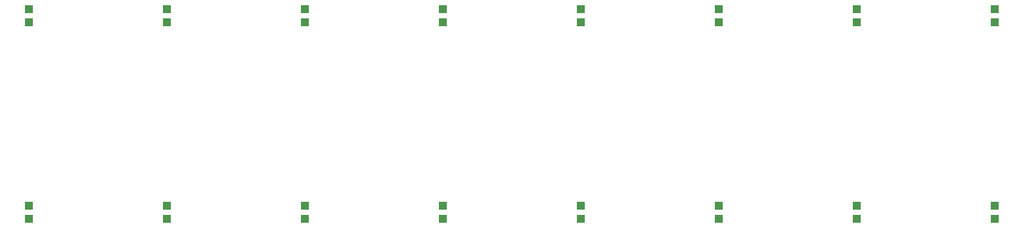
<source format=gbr>
G04 EAGLE Gerber RS-274X export*
G75*
%MOMM*%
%FSLAX34Y34*%
%LPD*%
%INSolderpaste Top*%
%IPPOS*%
%AMOC8*
5,1,8,0,0,1.08239X$1,22.5*%
G01*
%ADD10R,1.100000X1.000000*%


D10*
X100262Y1117100D03*
X100262Y1100100D03*
X1167062Y1117100D03*
X1167062Y1100100D03*
X633662Y1117100D03*
X633662Y1100100D03*
X1344862Y1117100D03*
X1344862Y1100100D03*
X100262Y863100D03*
X100262Y846100D03*
X811462Y863100D03*
X811462Y846100D03*
X278062Y863100D03*
X278062Y846100D03*
X989262Y863100D03*
X989262Y846100D03*
X455862Y863100D03*
X455862Y846100D03*
X1167062Y863100D03*
X1167062Y846100D03*
X633662Y863100D03*
X633662Y846100D03*
X811462Y1117100D03*
X811462Y1100100D03*
X1344862Y863100D03*
X1344862Y846100D03*
X278062Y1117100D03*
X278062Y1100100D03*
X989262Y1117100D03*
X989262Y1100100D03*
X455862Y1117100D03*
X455862Y1100100D03*
M02*

</source>
